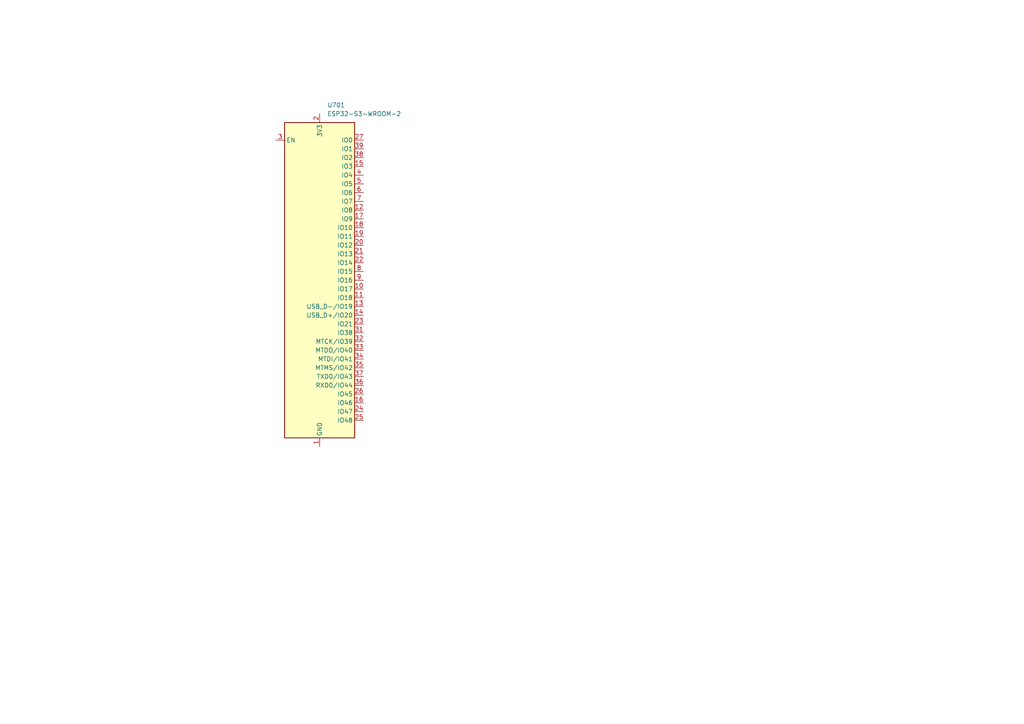
<source format=kicad_sch>
(kicad_sch (version 20231120) (generator "eeschema") (generator_version "8.0")
  (paper "A4")
  (lib_symbols
    (symbol "RF_Module:ESP32-S3-WROOM-2"
      (property "Reference" "U" (at -10.16 45.72 0))
      (property "Value" "ESP32-S3-WROOM-2" (at 2.54 45.72 0))
      (symbol "ESP32-S3-WROOM-2_0_1"
        (rectangle (start -10.16 45.72) (end 10.16 -45.72) (stroke (width 0.254)) (fill (type background)))
      )
      (symbol "ESP32-S3-WROOM-2_1_1"
        (pin power_in line (at 0 -48.26 90) (length 2.54) (name "GND") (number "1"))
        (pin bidirectional line (at 12.7 -2.54 180) (length 2.54) (name "IO17") (number "10"))
        (pin bidirectional line (at 12.7 -5.08 180) (length 2.54) (name "IO18") (number "11"))
        (pin bidirectional line (at 12.7 20.32 180) (length 2.54) (name "IO8") (number "12"))
        (pin bidirectional line (at 12.7 -7.62 180) (length 2.54) (name "USB_D-/IO19") (number "13"))
        (pin bidirectional line (at 12.7 -10.16 180) (length 2.54) (name "USB_D+/IO20") (number "14"))
        (pin bidirectional line (at 12.7 33.02 180) (length 2.54) (name "IO3") (number "15"))
        (pin bidirectional line (at 12.7 -35.56 180) (length 2.54) (name "IO46") (number "16"))
        (pin bidirectional line (at 12.7 17.78 180) (length 2.54) (name "IO9") (number "17"))
        (pin bidirectional line (at 12.7 15.24 180) (length 2.54) (name "IO10") (number "18"))
        (pin bidirectional line (at 12.7 12.7 180) (length 2.54) (name "IO11") (number "19"))
        (pin power_in line (at 0 48.26 270) (length 2.54) (name "3V3") (number "2"))
        (pin bidirectional line (at 12.7 10.16 180) (length 2.54) (name "IO12") (number "20"))
        (pin bidirectional line (at 12.7 7.62 180) (length 2.54) (name "IO13") (number "21"))
        (pin bidirectional line (at 12.7 5.08 180) (length 2.54) (name "IO14") (number "22"))
        (pin bidirectional line (at 12.7 -12.7 180) (length 2.54) (name "IO21") (number "23"))
        (pin bidirectional line (at 12.7 -38.1 180) (length 2.54) (name "IO47") (number "24"))
        (pin bidirectional line (at 12.7 -40.64 180) (length 2.54) (name "IO48") (number "25"))
        (pin bidirectional line (at 12.7 -33.02 180) (length 2.54) (name "IO45") (number "26"))
        (pin bidirectional line (at 12.7 40.64 180) (length 2.54) (name "IO0") (number "27"))
        (pin no_connect line (at -10.16 -35.56 0) (length 2.54) hide (name "NC") (number "28"))
        (pin no_connect line (at -10.16 -38.1 0) (length 2.54) hide (name "NC") (number "29"))
        (pin input line (at -12.7 40.64 0) (length 2.54) (name "EN") (number "3"))
        (pin no_connect line (at -10.16 -40.64 0) (length 2.54) hide (name "NC") (number "30"))
        (pin bidirectional line (at 12.7 -15.24 180) (length 2.54) (name "IO38") (number "31"))
        (pin bidirectional line (at 12.7 -17.78 180) (length 2.54) (name "MTCK/IO39") (number "32"))
        (pin bidirectional line (at 12.7 -20.32 180) (length 2.54) (name "MTDO/IO40") (number "33"))
        (pin bidirectional line (at 12.7 -22.86 180) (length 2.54) (name "MTDI/IO41") (number "34"))
        (pin bidirectional line (at 12.7 -25.4 180) (length 2.54) (name "MTMS/IO42") (number "35"))
        (pin bidirectional line (at 12.7 -30.48 180) (length 2.54) (name "RXD0/IO44") (number "36"))
        (pin bidirectional line (at 12.7 -27.94 180) (length 2.54) (name "TXD0/IO43") (number "37"))
        (pin bidirectional line (at 12.7 35.56 180) (length 2.54) (name "IO2") (number "38"))
        (pin bidirectional line (at 12.7 38.1 180) (length 2.54) (name "IO1") (number "39"))
        (pin bidirectional line (at 12.7 30.48 180) (length 2.54) (name "IO4") (number "4"))
        (pin passive line (at 0 -48.26 90) (length 2.54) hide (name "GND") (number "40"))
        (pin passive line (at 0 -48.26 90) (length 2.54) hide (name "GND") (number "41"))
        (pin bidirectional line (at 12.7 27.94 180) (length 2.54) (name "IO5") (number "5"))
        (pin bidirectional line (at 12.7 25.4 180) (length 2.54) (name "IO6") (number "6"))
        (pin bidirectional line (at 12.7 22.86 180) (length 2.54) (name "IO7") (number "7"))
        (pin bidirectional line (at 12.7 2.54 180) (length 2.54) (name "IO15") (number "8"))
        (pin bidirectional line (at 12.7 0 180) (length 2.54) (name "IO16") (number "9"))
      )
    )
  )
  (symbol (lib_id "RF_Module:ESP32-S3-WROOM-2") (at 92.71 81.28 0) (unit 1)
    (property "Reference" "U701" (at 94.9041 30.48 0) (effects (justify left)))
    (property "Value" "ESP32-S3-WROOM-2" (at 94.9041 33.02 0) (effects (justify left)))
    (property "Footprint" "RF_Module:ESP32-S3-WROOM-2" (effects (hide yes)))
    (property "Datasheet" "https://www.espressif.com/sites/default/files/documentation/esp32-s3-wroom-2_datasheet_en.pdf" (effects (hide yes)))
    (property "Description" "RF Module, 2.4 GHz, Wi­-Fi, Bluetooth, BLE, ESP32­-S3R8V" (effects (hide yes)))
  )
)
</source>
